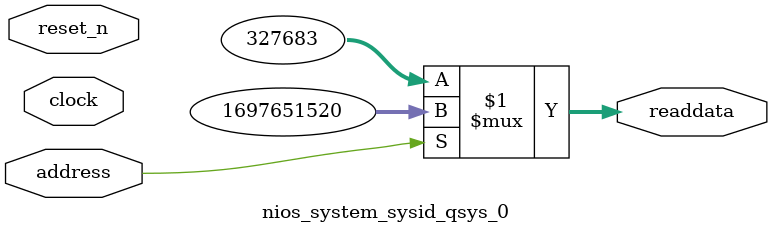
<source format=v>



// synthesis translate_off
`timescale 1ns / 1ps
// synthesis translate_on

// turn off superfluous verilog processor warnings 
// altera message_level Level1 
// altera message_off 10034 10035 10036 10037 10230 10240 10030 

module nios_system_sysid_qsys_0 (
               // inputs:
                address,
                clock,
                reset_n,

               // outputs:
                readdata
             )
;

  output  [ 31: 0] readdata;
  input            address;
  input            clock;
  input            reset_n;

  wire    [ 31: 0] readdata;
  //control_slave, which is an e_avalon_slave
  assign readdata = address ? 1697651520 : 327683;

endmodule



</source>
